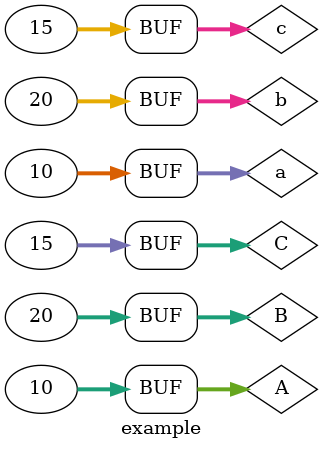
<source format=v>
`timescale 1ns / 1ps


module example();
integer a,b,c;
integer A,B,C;
initial begin
a=10; b=20 ;c=15;
A=10; B=20 ; C=15;
end
initial begin
a<=#5 b+c;
b<=#5 a+5;
c<=#5 a-b;
end

initial begin
A = #5 B+C;
B = #5 A+5;
C = #5 A-B;
end

initial begin
$monitor($time," a=%d b=%d c=%d | A=%d B=%d C=%d",a,b,c,A,B,C);
end
endmodule



</source>
